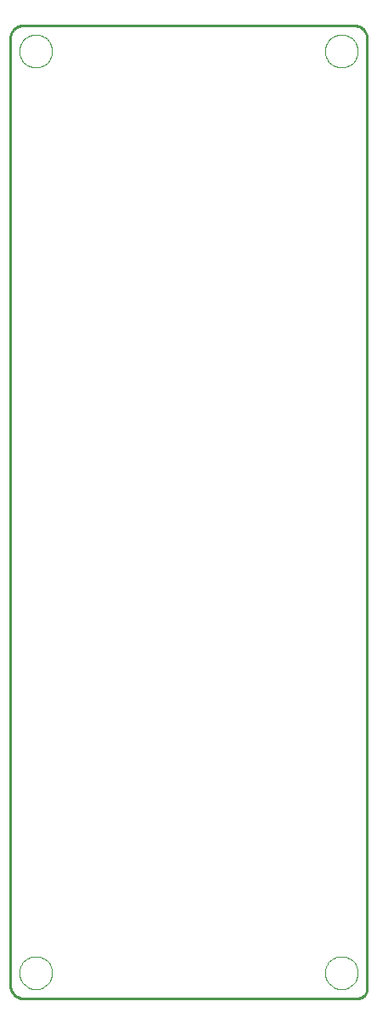
<source format=gko>
G75*
G70*
%OFA0B0*%
%FSLAX24Y24*%
%IPPOS*%
%LPD*%
%AMOC8*
5,1,8,0,0,1.08239X$1,22.5*
%
%ADD10C,0.0100*%
%ADD11C,0.0000*%
D10*
X000150Y000650D02*
X000150Y037775D01*
X000152Y037819D01*
X000158Y037862D01*
X000167Y037904D01*
X000180Y037946D01*
X000197Y037986D01*
X000217Y038025D01*
X000240Y038062D01*
X000267Y038096D01*
X000296Y038129D01*
X000329Y038158D01*
X000363Y038185D01*
X000400Y038208D01*
X000439Y038228D01*
X000479Y038245D01*
X000521Y038258D01*
X000563Y038267D01*
X000606Y038273D01*
X000650Y038275D01*
X013650Y038275D01*
X013694Y038273D01*
X013737Y038267D01*
X013779Y038258D01*
X013821Y038245D01*
X013861Y038228D01*
X013900Y038208D01*
X013937Y038185D01*
X013971Y038158D01*
X014004Y038129D01*
X014033Y038096D01*
X014060Y038062D01*
X014083Y038025D01*
X014103Y037986D01*
X014120Y037946D01*
X014133Y037904D01*
X014142Y037862D01*
X014148Y037819D01*
X014150Y037775D01*
X014150Y000525D01*
X014148Y000488D01*
X014143Y000452D01*
X014134Y000416D01*
X014121Y000381D01*
X014106Y000348D01*
X014087Y000317D01*
X014065Y000287D01*
X014040Y000260D01*
X014013Y000235D01*
X013983Y000213D01*
X013952Y000194D01*
X013919Y000179D01*
X013884Y000166D01*
X013848Y000157D01*
X013812Y000152D01*
X013775Y000150D01*
X000650Y000150D01*
X000606Y000152D01*
X000563Y000158D01*
X000521Y000167D01*
X000479Y000180D01*
X000439Y000197D01*
X000400Y000217D01*
X000363Y000240D01*
X000329Y000267D01*
X000296Y000296D01*
X000267Y000329D01*
X000240Y000363D01*
X000217Y000400D01*
X000197Y000439D01*
X000180Y000479D01*
X000167Y000521D01*
X000158Y000563D01*
X000152Y000606D01*
X000150Y000650D01*
D11*
X000507Y001150D02*
X000509Y001200D01*
X000515Y001251D01*
X000525Y001300D01*
X000538Y001349D01*
X000556Y001396D01*
X000577Y001442D01*
X000602Y001486D01*
X000630Y001528D01*
X000661Y001568D01*
X000695Y001605D01*
X000732Y001639D01*
X000772Y001670D01*
X000814Y001698D01*
X000858Y001723D01*
X000904Y001744D01*
X000951Y001762D01*
X001000Y001775D01*
X001049Y001785D01*
X001100Y001791D01*
X001150Y001793D01*
X001200Y001791D01*
X001251Y001785D01*
X001300Y001775D01*
X001349Y001762D01*
X001396Y001744D01*
X001442Y001723D01*
X001486Y001698D01*
X001528Y001670D01*
X001568Y001639D01*
X001605Y001605D01*
X001639Y001568D01*
X001670Y001528D01*
X001698Y001486D01*
X001723Y001442D01*
X001744Y001396D01*
X001762Y001349D01*
X001775Y001300D01*
X001785Y001251D01*
X001791Y001200D01*
X001793Y001150D01*
X001791Y001100D01*
X001785Y001049D01*
X001775Y001000D01*
X001762Y000951D01*
X001744Y000904D01*
X001723Y000858D01*
X001698Y000814D01*
X001670Y000772D01*
X001639Y000732D01*
X001605Y000695D01*
X001568Y000661D01*
X001528Y000630D01*
X001486Y000602D01*
X001442Y000577D01*
X001396Y000556D01*
X001349Y000538D01*
X001300Y000525D01*
X001251Y000515D01*
X001200Y000509D01*
X001150Y000507D01*
X001100Y000509D01*
X001049Y000515D01*
X001000Y000525D01*
X000951Y000538D01*
X000904Y000556D01*
X000858Y000577D01*
X000814Y000602D01*
X000772Y000630D01*
X000732Y000661D01*
X000695Y000695D01*
X000661Y000732D01*
X000630Y000772D01*
X000602Y000814D01*
X000577Y000858D01*
X000556Y000904D01*
X000538Y000951D01*
X000525Y001000D01*
X000515Y001049D01*
X000509Y001100D01*
X000507Y001150D01*
X012507Y001150D02*
X012509Y001200D01*
X012515Y001251D01*
X012525Y001300D01*
X012538Y001349D01*
X012556Y001396D01*
X012577Y001442D01*
X012602Y001486D01*
X012630Y001528D01*
X012661Y001568D01*
X012695Y001605D01*
X012732Y001639D01*
X012772Y001670D01*
X012814Y001698D01*
X012858Y001723D01*
X012904Y001744D01*
X012951Y001762D01*
X013000Y001775D01*
X013049Y001785D01*
X013100Y001791D01*
X013150Y001793D01*
X013200Y001791D01*
X013251Y001785D01*
X013300Y001775D01*
X013349Y001762D01*
X013396Y001744D01*
X013442Y001723D01*
X013486Y001698D01*
X013528Y001670D01*
X013568Y001639D01*
X013605Y001605D01*
X013639Y001568D01*
X013670Y001528D01*
X013698Y001486D01*
X013723Y001442D01*
X013744Y001396D01*
X013762Y001349D01*
X013775Y001300D01*
X013785Y001251D01*
X013791Y001200D01*
X013793Y001150D01*
X013791Y001100D01*
X013785Y001049D01*
X013775Y001000D01*
X013762Y000951D01*
X013744Y000904D01*
X013723Y000858D01*
X013698Y000814D01*
X013670Y000772D01*
X013639Y000732D01*
X013605Y000695D01*
X013568Y000661D01*
X013528Y000630D01*
X013486Y000602D01*
X013442Y000577D01*
X013396Y000556D01*
X013349Y000538D01*
X013300Y000525D01*
X013251Y000515D01*
X013200Y000509D01*
X013150Y000507D01*
X013100Y000509D01*
X013049Y000515D01*
X013000Y000525D01*
X012951Y000538D01*
X012904Y000556D01*
X012858Y000577D01*
X012814Y000602D01*
X012772Y000630D01*
X012732Y000661D01*
X012695Y000695D01*
X012661Y000732D01*
X012630Y000772D01*
X012602Y000814D01*
X012577Y000858D01*
X012556Y000904D01*
X012538Y000951D01*
X012525Y001000D01*
X012515Y001049D01*
X012509Y001100D01*
X012507Y001150D01*
X012507Y037275D02*
X012509Y037325D01*
X012515Y037376D01*
X012525Y037425D01*
X012538Y037474D01*
X012556Y037521D01*
X012577Y037567D01*
X012602Y037611D01*
X012630Y037653D01*
X012661Y037693D01*
X012695Y037730D01*
X012732Y037764D01*
X012772Y037795D01*
X012814Y037823D01*
X012858Y037848D01*
X012904Y037869D01*
X012951Y037887D01*
X013000Y037900D01*
X013049Y037910D01*
X013100Y037916D01*
X013150Y037918D01*
X013200Y037916D01*
X013251Y037910D01*
X013300Y037900D01*
X013349Y037887D01*
X013396Y037869D01*
X013442Y037848D01*
X013486Y037823D01*
X013528Y037795D01*
X013568Y037764D01*
X013605Y037730D01*
X013639Y037693D01*
X013670Y037653D01*
X013698Y037611D01*
X013723Y037567D01*
X013744Y037521D01*
X013762Y037474D01*
X013775Y037425D01*
X013785Y037376D01*
X013791Y037325D01*
X013793Y037275D01*
X013791Y037225D01*
X013785Y037174D01*
X013775Y037125D01*
X013762Y037076D01*
X013744Y037029D01*
X013723Y036983D01*
X013698Y036939D01*
X013670Y036897D01*
X013639Y036857D01*
X013605Y036820D01*
X013568Y036786D01*
X013528Y036755D01*
X013486Y036727D01*
X013442Y036702D01*
X013396Y036681D01*
X013349Y036663D01*
X013300Y036650D01*
X013251Y036640D01*
X013200Y036634D01*
X013150Y036632D01*
X013100Y036634D01*
X013049Y036640D01*
X013000Y036650D01*
X012951Y036663D01*
X012904Y036681D01*
X012858Y036702D01*
X012814Y036727D01*
X012772Y036755D01*
X012732Y036786D01*
X012695Y036820D01*
X012661Y036857D01*
X012630Y036897D01*
X012602Y036939D01*
X012577Y036983D01*
X012556Y037029D01*
X012538Y037076D01*
X012525Y037125D01*
X012515Y037174D01*
X012509Y037225D01*
X012507Y037275D01*
X000507Y037275D02*
X000509Y037325D01*
X000515Y037376D01*
X000525Y037425D01*
X000538Y037474D01*
X000556Y037521D01*
X000577Y037567D01*
X000602Y037611D01*
X000630Y037653D01*
X000661Y037693D01*
X000695Y037730D01*
X000732Y037764D01*
X000772Y037795D01*
X000814Y037823D01*
X000858Y037848D01*
X000904Y037869D01*
X000951Y037887D01*
X001000Y037900D01*
X001049Y037910D01*
X001100Y037916D01*
X001150Y037918D01*
X001200Y037916D01*
X001251Y037910D01*
X001300Y037900D01*
X001349Y037887D01*
X001396Y037869D01*
X001442Y037848D01*
X001486Y037823D01*
X001528Y037795D01*
X001568Y037764D01*
X001605Y037730D01*
X001639Y037693D01*
X001670Y037653D01*
X001698Y037611D01*
X001723Y037567D01*
X001744Y037521D01*
X001762Y037474D01*
X001775Y037425D01*
X001785Y037376D01*
X001791Y037325D01*
X001793Y037275D01*
X001791Y037225D01*
X001785Y037174D01*
X001775Y037125D01*
X001762Y037076D01*
X001744Y037029D01*
X001723Y036983D01*
X001698Y036939D01*
X001670Y036897D01*
X001639Y036857D01*
X001605Y036820D01*
X001568Y036786D01*
X001528Y036755D01*
X001486Y036727D01*
X001442Y036702D01*
X001396Y036681D01*
X001349Y036663D01*
X001300Y036650D01*
X001251Y036640D01*
X001200Y036634D01*
X001150Y036632D01*
X001100Y036634D01*
X001049Y036640D01*
X001000Y036650D01*
X000951Y036663D01*
X000904Y036681D01*
X000858Y036702D01*
X000814Y036727D01*
X000772Y036755D01*
X000732Y036786D01*
X000695Y036820D01*
X000661Y036857D01*
X000630Y036897D01*
X000602Y036939D01*
X000577Y036983D01*
X000556Y037029D01*
X000538Y037076D01*
X000525Y037125D01*
X000515Y037174D01*
X000509Y037225D01*
X000507Y037275D01*
M02*

</source>
